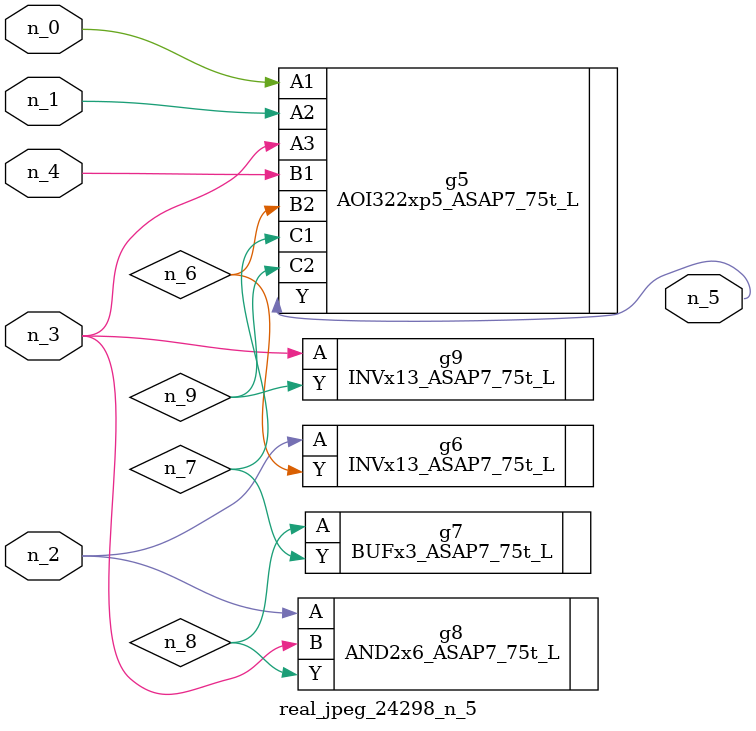
<source format=v>
module real_jpeg_24298_n_5 (n_4, n_0, n_1, n_2, n_3, n_5);

input n_4;
input n_0;
input n_1;
input n_2;
input n_3;

output n_5;

wire n_8;
wire n_6;
wire n_7;
wire n_9;

AOI322xp5_ASAP7_75t_L g5 ( 
.A1(n_0),
.A2(n_1),
.A3(n_3),
.B1(n_4),
.B2(n_6),
.C1(n_7),
.C2(n_9),
.Y(n_5)
);

INVx13_ASAP7_75t_L g6 ( 
.A(n_2),
.Y(n_6)
);

AND2x6_ASAP7_75t_L g8 ( 
.A(n_2),
.B(n_3),
.Y(n_8)
);

INVx13_ASAP7_75t_L g9 ( 
.A(n_3),
.Y(n_9)
);

BUFx3_ASAP7_75t_L g7 ( 
.A(n_8),
.Y(n_7)
);


endmodule
</source>
